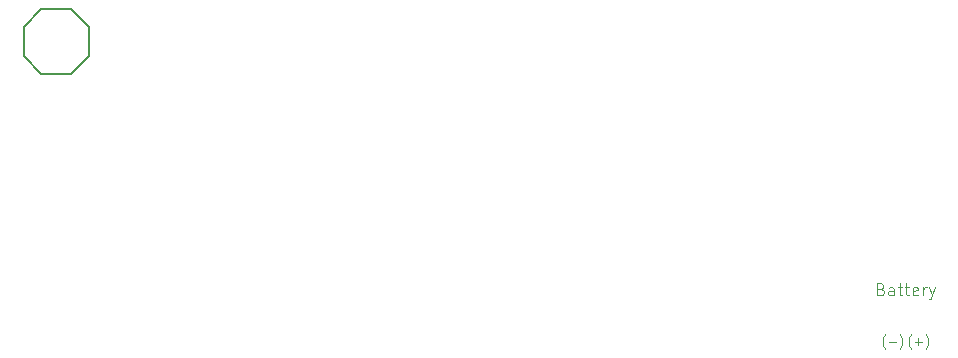
<source format=gbr>
%TF.GenerationSoftware,KiCad,Pcbnew,(6.99.0-1698-gc3bed8f6ee)*%
%TF.CreationDate,2022-08-17T13:46:00+02:00*%
%TF.ProjectId,tiny20_xiao,74696e79-3230-45f7-9869-616f2e6b6963,v1.0.0*%
%TF.SameCoordinates,Original*%
%TF.FileFunction,Legend,Top*%
%TF.FilePolarity,Positive*%
%FSLAX46Y46*%
G04 Gerber Fmt 4.6, Leading zero omitted, Abs format (unit mm)*
G04 Created by KiCad (PCBNEW (6.99.0-1698-gc3bed8f6ee)) date 2022-08-17 13:46:00*
%MOMM*%
%LPD*%
G01*
G04 APERTURE LIST*
%ADD10C,0.120000*%
%ADD11C,0.150000*%
G04 APERTURE END LIST*
D10*
%TO.C,BT01*%
X278388570Y-132733571D02*
X278531427Y-132781190D01*
X278531427Y-132781190D02*
X278579046Y-132828809D01*
X278579046Y-132828809D02*
X278626665Y-132924047D01*
X278626665Y-132924047D02*
X278626665Y-133066904D01*
X278626665Y-133066904D02*
X278579046Y-133162142D01*
X278579046Y-133162142D02*
X278531427Y-133209761D01*
X278531427Y-133209761D02*
X278436189Y-133257380D01*
X278436189Y-133257380D02*
X278055237Y-133257380D01*
X278055237Y-133257380D02*
X278055237Y-132257380D01*
X278055237Y-132257380D02*
X278388570Y-132257380D01*
X278388570Y-132257380D02*
X278483808Y-132305000D01*
X278483808Y-132305000D02*
X278531427Y-132352619D01*
X278531427Y-132352619D02*
X278579046Y-132447857D01*
X278579046Y-132447857D02*
X278579046Y-132543095D01*
X278579046Y-132543095D02*
X278531427Y-132638333D01*
X278531427Y-132638333D02*
X278483808Y-132685952D01*
X278483808Y-132685952D02*
X278388570Y-132733571D01*
X278388570Y-132733571D02*
X278055237Y-132733571D01*
X279483808Y-133257380D02*
X279483808Y-132733571D01*
X279483808Y-132733571D02*
X279436189Y-132638333D01*
X279436189Y-132638333D02*
X279340951Y-132590714D01*
X279340951Y-132590714D02*
X279150475Y-132590714D01*
X279150475Y-132590714D02*
X279055237Y-132638333D01*
X279483808Y-133209761D02*
X279388570Y-133257380D01*
X279388570Y-133257380D02*
X279150475Y-133257380D01*
X279150475Y-133257380D02*
X279055237Y-133209761D01*
X279055237Y-133209761D02*
X279007618Y-133114523D01*
X279007618Y-133114523D02*
X279007618Y-133019285D01*
X279007618Y-133019285D02*
X279055237Y-132924047D01*
X279055237Y-132924047D02*
X279150475Y-132876428D01*
X279150475Y-132876428D02*
X279388570Y-132876428D01*
X279388570Y-132876428D02*
X279483808Y-132828809D01*
X279817142Y-132590714D02*
X280198094Y-132590714D01*
X279959999Y-132257380D02*
X279959999Y-133114523D01*
X279959999Y-133114523D02*
X280007618Y-133209761D01*
X280007618Y-133209761D02*
X280102856Y-133257380D01*
X280102856Y-133257380D02*
X280198094Y-133257380D01*
X280388571Y-132590714D02*
X280769523Y-132590714D01*
X280531428Y-132257380D02*
X280531428Y-133114523D01*
X280531428Y-133114523D02*
X280579047Y-133209761D01*
X280579047Y-133209761D02*
X280674285Y-133257380D01*
X280674285Y-133257380D02*
X280769523Y-133257380D01*
X281483809Y-133209761D02*
X281388571Y-133257380D01*
X281388571Y-133257380D02*
X281198095Y-133257380D01*
X281198095Y-133257380D02*
X281102857Y-133209761D01*
X281102857Y-133209761D02*
X281055238Y-133114523D01*
X281055238Y-133114523D02*
X281055238Y-132733571D01*
X281055238Y-132733571D02*
X281102857Y-132638333D01*
X281102857Y-132638333D02*
X281198095Y-132590714D01*
X281198095Y-132590714D02*
X281388571Y-132590714D01*
X281388571Y-132590714D02*
X281483809Y-132638333D01*
X281483809Y-132638333D02*
X281531428Y-132733571D01*
X281531428Y-132733571D02*
X281531428Y-132828809D01*
X281531428Y-132828809D02*
X281055238Y-132924047D01*
X281960000Y-133257380D02*
X281960000Y-132590714D01*
X281960000Y-132781190D02*
X282007619Y-132685952D01*
X282007619Y-132685952D02*
X282055238Y-132638333D01*
X282055238Y-132638333D02*
X282150476Y-132590714D01*
X282150476Y-132590714D02*
X282245714Y-132590714D01*
X282483810Y-132590714D02*
X282721905Y-133257380D01*
X282960000Y-132590714D02*
X282721905Y-133257380D01*
X282721905Y-133257380D02*
X282626667Y-133495476D01*
X282626667Y-133495476D02*
X282579048Y-133543095D01*
X282579048Y-133543095D02*
X282483810Y-133590714D01*
X278750476Y-137788666D02*
X278712381Y-137750571D01*
X278712381Y-137750571D02*
X278636190Y-137636285D01*
X278636190Y-137636285D02*
X278598095Y-137560095D01*
X278598095Y-137560095D02*
X278560000Y-137445809D01*
X278560000Y-137445809D02*
X278521905Y-137255333D01*
X278521905Y-137255333D02*
X278521905Y-137102952D01*
X278521905Y-137102952D02*
X278560000Y-136912476D01*
X278560000Y-136912476D02*
X278598095Y-136798190D01*
X278598095Y-136798190D02*
X278636190Y-136722000D01*
X278636190Y-136722000D02*
X278712381Y-136607714D01*
X278712381Y-136607714D02*
X278750476Y-136569619D01*
X279055238Y-137179142D02*
X279664762Y-137179142D01*
X279969523Y-137788666D02*
X280007618Y-137750571D01*
X280007618Y-137750571D02*
X280083809Y-137636285D01*
X280083809Y-137636285D02*
X280121904Y-137560095D01*
X280121904Y-137560095D02*
X280159999Y-137445809D01*
X280159999Y-137445809D02*
X280198095Y-137255333D01*
X280198095Y-137255333D02*
X280198095Y-137102952D01*
X280198095Y-137102952D02*
X280159999Y-136912476D01*
X280159999Y-136912476D02*
X280121904Y-136798190D01*
X280121904Y-136798190D02*
X280083809Y-136722000D01*
X280083809Y-136722000D02*
X280007618Y-136607714D01*
X280007618Y-136607714D02*
X279969523Y-136569619D01*
X280950476Y-137788666D02*
X280912381Y-137750571D01*
X280912381Y-137750571D02*
X280836190Y-137636285D01*
X280836190Y-137636285D02*
X280798095Y-137560095D01*
X280798095Y-137560095D02*
X280760000Y-137445809D01*
X280760000Y-137445809D02*
X280721905Y-137255333D01*
X280721905Y-137255333D02*
X280721905Y-137102952D01*
X280721905Y-137102952D02*
X280760000Y-136912476D01*
X280760000Y-136912476D02*
X280798095Y-136798190D01*
X280798095Y-136798190D02*
X280836190Y-136722000D01*
X280836190Y-136722000D02*
X280912381Y-136607714D01*
X280912381Y-136607714D02*
X280950476Y-136569619D01*
X281255238Y-137179142D02*
X281864762Y-137179142D01*
X281560000Y-137483904D02*
X281560000Y-136874380D01*
X282169523Y-137788666D02*
X282207618Y-137750571D01*
X282207618Y-137750571D02*
X282283809Y-137636285D01*
X282283809Y-137636285D02*
X282321904Y-137560095D01*
X282321904Y-137560095D02*
X282359999Y-137445809D01*
X282359999Y-137445809D02*
X282398095Y-137255333D01*
X282398095Y-137255333D02*
X282398095Y-137102952D01*
X282398095Y-137102952D02*
X282359999Y-136912476D01*
X282359999Y-136912476D02*
X282321904Y-136798190D01*
X282321904Y-136798190D02*
X282283809Y-136722000D01*
X282283809Y-136722000D02*
X282207618Y-136607714D01*
X282207618Y-136607714D02*
X282169523Y-136569619D01*
D11*
%TO.C,B1*%
X207303309Y-114532746D02*
X209803309Y-114532746D01*
X207303309Y-114532746D02*
X205803309Y-113032746D01*
X209803309Y-114532746D02*
X211303309Y-113032746D01*
X205803309Y-113032746D02*
X205803309Y-110532746D01*
X211303309Y-113032746D02*
X211303309Y-110532746D01*
X207303309Y-109032746D02*
X205803309Y-110532746D01*
X207303309Y-109032746D02*
X209803309Y-109032746D01*
X209803309Y-109032746D02*
X211303309Y-110532746D01*
%TD*%
M02*

</source>
